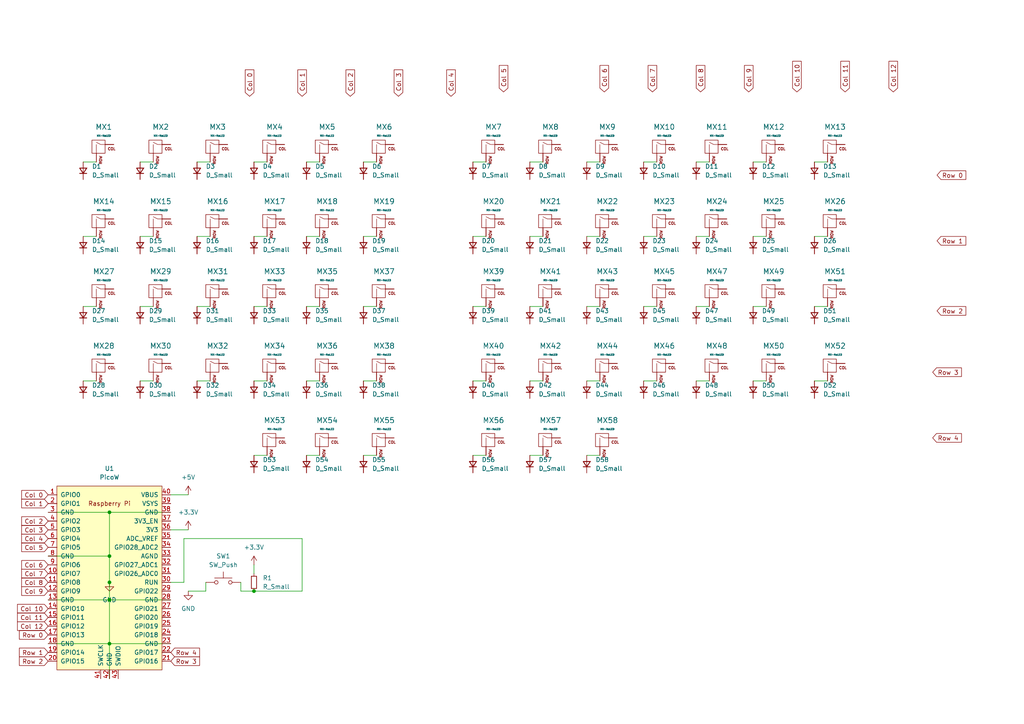
<source format=kicad_sch>
(kicad_sch (version 20230121) (generator eeschema)
  (paper "A4")
  (lib_symbols
    (symbol "Device:D_Small" (pin_numbers hide) (pin_names (offset 0.254) hide)
      (property "Reference" "D" (at -1.27 2.032 0))
      (property "Value" "D_Small" (at -3.81 -2.032 0))
      (symbol "D_Small_0_1"
        (polyline (pts (xy -0.762 -1.016) (xy -0.762 1.016)) (stroke (width 0.254)))
        (polyline (pts (xy -0.762 0) (xy 0.762 0)))
        (polyline (pts (xy 0.762 -1.016) (xy -0.762 0) (xy 0.762 1.016) (xy 0.762 -1.016)) (stroke (width 0.254)))
      )
      (symbol "D_Small_1_1"
        (pin passive line (at -2.54 0 0) (length 1.778) (name "K") (number "1"))
        (pin passive line (at 2.54 0 180) (length 1.778) (name "A") (number "2"))
      )
    )
    (symbol "Device:R_Small" (pin_numbers hide) (pin_names (offset 0.254) hide)
      (property "Reference" "R" (at 0.762 0.508 0))
      (property "Value" "R_Small" (at 0.762 -1.016 0))
      (symbol "R_Small_0_1"
        (rectangle (start -0.762 1.778) (end 0.762 -1.778) (stroke (width 0.2032)))
      )
      (symbol "R_Small_1_1"
        (pin passive line (at 0 2.54 270) (length 0.762) (name "~") (number "1"))
        (pin passive line (at 0 -2.54 90) (length 0.762) (name "~") (number "2"))
      )
    )
    (symbol "MX_Alps_Hybrid:MX-NoLED" (pin_names (offset 1.016))
      (property "Reference" "MX" (at -0.635 3.81 0))
      (property "Value" "MX-NoLED" (at -0.635 1.27 0))
      (symbol "MX-NoLED_0_0"
        (rectangle (start -2.54 2.54) (end 1.27 -1.27))
        (polyline (pts (xy -1.27 -1.27) (xy -1.27 1.27)) (stroke (width 0.127)))
        (polyline (pts (xy 1.27 1.27) (xy 0 1.27) (xy -1.27 1.905)) (stroke (width 0.127)))
        (text "COL" (at 3.175 0 0) (effects (font (size 0.762 0.762))))
        (text "ROW" (at 0 -1.905 900) (effects (font (size 0.762 0.762)) (justify right)))
      )
      (symbol "MX-NoLED_1_1"
        (pin passive line (at 3.81 1.27 180) (length 2.54) (name "COL") (number "1"))
        (pin passive line (at -1.27 -3.81 90) (length 2.54) (name "ROW") (number "2"))
      )
    )
    (symbol "Switch:SW_Push" (pin_numbers hide) (pin_names (offset 1.016) hide)
      (property "Reference" "SW" (at 1.27 2.54 0))
      (property "Value" "SW_Push" (at 0 -1.524 0))
      (symbol "SW_Push_0_1"
        (circle (center -2.032 0) (radius 0.508))
        (polyline (pts (xy 0 1.27) (xy 0 3.048)))
        (polyline (pts (xy 2.54 1.27) (xy -2.54 1.27)))
        (circle (center 2.032 0) (radius 0.508))
        (pin passive line (at -5.08 0 0) (length 2.54) (name "1") (number "1"))
        (pin passive line (at 5.08 0 180) (length 2.54) (name "2") (number "2"))
      )
    )
    (symbol "picow:PicoW" (pin_names (offset 1.016))
      (property "Reference" "U1" (at 0 31.75 0))
      (property "Value" "PicoW" (at 0 29.21 0))
      (symbol "PicoW_0_0"
        (text "Raspberry Pi" (at 0 21.59 0) (effects (font (size 1.27 1.27))))
      )
      (symbol "PicoW_0_1"
        (rectangle (start -15.24 26.67) (end 15.24 -26.67) (fill (type background)))
      )
      (symbol "PicoW_1_1"
        (pin bidirectional line (at -17.78 24.13 0) (length 2.54) (name "GPIO0") (number "1"))
        (pin bidirectional line (at -17.78 1.27 0) (length 2.54) (name "GPIO7") (number "10"))
        (pin bidirectional line (at -17.78 -1.27 0) (length 2.54) (name "GPIO8") (number "11"))
        (pin bidirectional line (at -17.78 -3.81 0) (length 2.54) (name "GPIO9") (number "12"))
        (pin power_in line (at -17.78 -6.35 0) (length 2.54) (name "GND") (number "13"))
        (pin bidirectional line (at -17.78 -8.89 0) (length 2.54) (name "GPIO10") (number "14"))
        (pin bidirectional line (at -17.78 -11.43 0) (length 2.54) (name "GPIO11") (number "15"))
        (pin bidirectional line (at -17.78 -13.97 0) (length 2.54) (name "GPIO12") (number "16"))
        (pin bidirectional line (at -17.78 -16.51 0) (length 2.54) (name "GPIO13") (number "17"))
        (pin power_in line (at -17.78 -19.05 0) (length 2.54) (name "GND") (number "18"))
        (pin bidirectional line (at -17.78 -21.59 0) (length 2.54) (name "GPIO14") (number "19"))
        (pin bidirectional line (at -17.78 21.59 0) (length 2.54) (name "GPIO1") (number "2"))
        (pin bidirectional line (at -17.78 -24.13 0) (length 2.54) (name "GPIO15") (number "20"))
        (pin bidirectional line (at 17.78 -24.13 180) (length 2.54) (name "GPIO16") (number "21"))
        (pin bidirectional line (at 17.78 -21.59 180) (length 2.54) (name "GPIO17") (number "22"))
        (pin power_in line (at 17.78 -19.05 180) (length 2.54) (name "GND") (number "23"))
        (pin bidirectional line (at 17.78 -16.51 180) (length 2.54) (name "GPIO18") (number "24"))
        (pin bidirectional line (at 17.78 -13.97 180) (length 2.54) (name "GPIO19") (number "25"))
        (pin bidirectional line (at 17.78 -11.43 180) (length 2.54) (name "GPIO20") (number "26"))
        (pin bidirectional line (at 17.78 -8.89 180) (length 2.54) (name "GPIO21") (number "27"))
        (pin power_in line (at 17.78 -6.35 180) (length 2.54) (name "GND") (number "28"))
        (pin bidirectional line (at 17.78 -3.81 180) (length 2.54) (name "GPIO22") (number "29"))
        (pin power_in line (at -17.78 19.05 0) (length 2.54) (name "GND") (number "3"))
        (pin input line (at 17.78 -1.27 180) (length 2.54) (name "RUN") (number "30"))
        (pin bidirectional line (at 17.78 1.27 180) (length 2.54) (name "GPIO26_ADC0") (number "31"))
        (pin bidirectional line (at 17.78 3.81 180) (length 2.54) (name "GPIO27_ADC1") (number "32"))
        (pin power_in line (at 17.78 6.35 180) (length 2.54) (name "AGND") (number "33"))
        (pin bidirectional line (at 17.78 8.89 180) (length 2.54) (name "GPIO28_ADC2") (number "34"))
        (pin unspecified line (at 17.78 11.43 180) (length 2.54) (name "ADC_VREF") (number "35"))
        (pin unspecified line (at 17.78 13.97 180) (length 2.54) (name "3V3") (number "36"))
        (pin input line (at 17.78 16.51 180) (length 2.54) (name "3V3_EN") (number "37"))
        (pin bidirectional line (at 17.78 19.05 180) (length 2.54) (name "GND") (number "38"))
        (pin unspecified line (at 17.78 21.59 180) (length 2.54) (name "VSYS") (number "39"))
        (pin bidirectional line (at -17.78 16.51 0) (length 2.54) (name "GPIO2") (number "4"))
        (pin unspecified line (at 17.78 24.13 180) (length 2.54) (name "VBUS") (number "40"))
        (pin input line (at -2.54 -29.21 90) (length 2.54) (name "SWCLK") (number "41"))
        (pin power_in line (at 0 -29.21 90) (length 2.54) (name "GND") (number "42"))
        (pin bidirectional line (at 2.54 -29.21 90) (length 2.54) (name "SWDIO") (number "43"))
        (pin bidirectional line (at -17.78 13.97 0) (length 2.54) (name "GPIO3") (number "5"))
        (pin bidirectional line (at -17.78 11.43 0) (length 2.54) (name "GPIO4") (number "6"))
        (pin bidirectional line (at -17.78 8.89 0) (length 2.54) (name "GPIO5") (number "7"))
        (pin power_in line (at -17.78 6.35 0) (length 2.54) (name "GND") (number "8"))
        (pin bidirectional line (at -17.78 3.81 0) (length 2.54) (name "GPIO6") (number "9"))
      )
    )
    (symbol "power:+3.3V" (power) (pin_names (offset 0))
      (property "Value" "+3.3V" (at 0 3.556 0))
      (symbol "+3.3V_0_1"
        (polyline (pts (xy -0.762 1.27) (xy 0 2.54)))
        (polyline (pts (xy 0 0) (xy 0 2.54)))
        (polyline (pts (xy 0 2.54) (xy 0.762 1.27)))
      )
      (symbol "+3.3V_1_1"
        (pin power_in line (at 0 0 90) (length 0) hide (name "+3.3V") (number "1"))
      )
    )
    (symbol "power:+5V" (power) (pin_names (offset 0))
      (property "Value" "+5V" (at 0 3.556 0))
      (symbol "+5V_0_1"
        (polyline (pts (xy -0.762 1.27) (xy 0 2.54)))
        (polyline (pts (xy 0 0) (xy 0 2.54)))
        (polyline (pts (xy 0 2.54) (xy 0.762 1.27)))
      )
      (symbol "+5V_1_1"
        (pin power_in line (at 0 0 90) (length 0) hide (name "+5V") (number "1"))
      )
    )
    (symbol "power:GND" (power) (pin_names (offset 0))
      (property "Value" "GND" (at 0 -3.81 0))
      (symbol "GND_0_1"
        (polyline (pts (xy 0 0) (xy 0 -1.27) (xy 1.27 -1.27) (xy 0 -2.54) (xy -1.27 -1.27) (xy 0 -1.27)))
      )
      (symbol "GND_1_1"
        (pin power_in line (at 0 0 270) (length 0) hide (name "GND") (number "1"))
      )
    )
  )
  (junction (at 31.75 161.29))
  (junction (at 31.75 173.99))
  (junction (at 31.75 168.91))
  (junction (at 31.75 186.69))
  (junction (at 31.75 148.59))
  (junction (at 73.66 171.45))
  (wire (pts (xy 88.9 68.58) (xy 92.71 68.58)))
  (wire (pts (xy 31.75 173.99) (xy 31.75 186.69)))
  (wire (pts (xy 88.9 46.99) (xy 92.71 46.99)))
  (wire (pts (xy 218.44 88.9) (xy 222.25 88.9)))
  (wire (pts (xy 73.66 88.9) (xy 77.47 88.9)))
  (wire (pts (xy 170.18 46.99) (xy 173.99 46.99)))
  (wire (pts (xy 49.53 168.91) (xy 53.34 168.91)))
  (wire (pts (xy 13.97 148.59) (xy 31.75 148.59)))
  (wire (pts (xy 218.44 110.49) (xy 222.25 110.49)))
  (wire (pts (xy 153.67 132.08) (xy 157.48 132.08)))
  (wire (pts (xy 105.41 68.58) (xy 109.22 68.58)))
  (wire (pts (xy 201.93 110.49) (xy 205.74 110.49)))
  (wire (pts (xy 201.93 68.58) (xy 205.74 68.58)))
  (wire (pts (xy 88.9 88.9) (xy 92.71 88.9)))
  (wire (pts (xy 49.53 153.67) (xy 54.61 153.67)))
  (wire (pts (xy 137.16 46.99) (xy 140.97 46.99)))
  (wire (pts (xy 153.67 110.49) (xy 157.48 110.49)))
  (wire (pts (xy 49.53 148.59) (xy 31.75 148.59)))
  (wire (pts (xy 73.66 110.49) (xy 77.47 110.49)))
  (wire (pts (xy 137.16 88.9) (xy 140.97 88.9)))
  (wire (pts (xy 170.18 132.08) (xy 173.99 132.08)))
  (wire (pts (xy 69.85 168.91) (xy 69.85 171.45)))
  (wire (pts (xy 105.41 46.99) (xy 109.22 46.99)))
  (wire (pts (xy 53.34 168.91) (xy 53.34 156.21)))
  (wire (pts (xy 24.13 68.58) (xy 27.94 68.58)))
  (wire (pts (xy 153.67 88.9) (xy 157.48 88.9)))
  (wire (pts (xy 40.64 88.9) (xy 44.45 88.9)))
  (wire (pts (xy 170.18 88.9) (xy 173.99 88.9)))
  (wire (pts (xy 186.69 110.49) (xy 190.5 110.49)))
  (wire (pts (xy 87.63 156.21) (xy 87.63 171.45)))
  (wire (pts (xy 218.44 68.58) (xy 222.25 68.58)))
  (wire (pts (xy 87.63 171.45) (xy 73.66 171.45)))
  (wire (pts (xy 105.41 88.9) (xy 109.22 88.9)))
  (wire (pts (xy 73.66 46.99) (xy 77.47 46.99)))
  (wire (pts (xy 73.66 163.83) (xy 73.66 166.37)))
  (wire (pts (xy 186.69 68.58) (xy 190.5 68.58)))
  (wire (pts (xy 88.9 110.49) (xy 92.71 110.49)))
  (wire (pts (xy 73.66 132.08) (xy 77.47 132.08)))
  (wire (pts (xy 105.41 110.49) (xy 109.22 110.49)))
  (wire (pts (xy 170.18 68.58) (xy 173.99 68.58)))
  (wire (pts (xy 153.67 68.58) (xy 157.48 68.58)))
  (wire (pts (xy 236.22 46.99) (xy 240.03 46.99)))
  (wire (pts (xy 73.66 68.58) (xy 77.47 68.58)))
  (wire (pts (xy 54.61 171.45) (xy 59.69 171.45)))
  (wire (pts (xy 31.75 168.91) (xy 31.75 173.99)))
  (wire (pts (xy 105.41 132.08) (xy 109.22 132.08)))
  (wire (pts (xy 13.97 161.29) (xy 31.75 161.29)))
  (wire (pts (xy 201.93 46.99) (xy 205.74 46.99)))
  (wire (pts (xy 59.69 171.45) (xy 59.69 168.91)))
  (wire (pts (xy 49.53 186.69) (xy 31.75 186.69)))
  (wire (pts (xy 137.16 68.58) (xy 140.97 68.58)))
  (wire (pts (xy 137.16 110.49) (xy 140.97 110.49)))
  (wire (pts (xy 153.67 46.99) (xy 157.48 46.99)))
  (wire (pts (xy 31.75 148.59) (xy 31.75 161.29)))
  (wire (pts (xy 24.13 110.49) (xy 27.94 110.49)))
  (wire (pts (xy 40.64 110.49) (xy 44.45 110.49)))
  (wire (pts (xy 236.22 110.49) (xy 240.03 110.49)))
  (wire (pts (xy 137.16 132.08) (xy 140.97 132.08)))
  (wire (pts (xy 24.13 88.9) (xy 27.94 88.9)))
  (wire (pts (xy 57.15 88.9) (xy 60.96 88.9)))
  (wire (pts (xy 40.64 46.99) (xy 44.45 46.99)))
  (wire (pts (xy 31.75 186.69) (xy 31.75 196.85)))
  (wire (pts (xy 13.97 173.99) (xy 31.75 173.99)))
  (wire (pts (xy 218.44 46.99) (xy 222.25 46.99)))
  (wire (pts (xy 201.93 88.9) (xy 205.74 88.9)))
  (wire (pts (xy 49.53 143.51) (xy 54.61 143.51)))
  (wire (pts (xy 57.15 46.99) (xy 60.96 46.99)))
  (wire (pts (xy 57.15 68.58) (xy 60.96 68.58)))
  (wire (pts (xy 31.75 161.29) (xy 31.75 168.91)))
  (wire (pts (xy 13.97 186.69) (xy 31.75 186.69)))
  (wire (pts (xy 24.13 46.99) (xy 27.94 46.99)))
  (wire (pts (xy 88.9 132.08) (xy 92.71 132.08)))
  (wire (pts (xy 40.64 68.58) (xy 44.45 68.58)))
  (wire (pts (xy 69.85 171.45) (xy 73.66 171.45)))
  (wire (pts (xy 186.69 88.9) (xy 190.5 88.9)))
  (wire (pts (xy 49.53 173.99) (xy 31.75 173.99)))
  (wire (pts (xy 236.22 68.58) (xy 240.03 68.58)))
  (wire (pts (xy 53.34 156.21) (xy 87.63 156.21)))
  (wire (pts (xy 170.18 110.49) (xy 173.99 110.49)))
  (wire (pts (xy 236.22 88.9) (xy 240.03 88.9)))
  (wire (pts (xy 186.69 46.99) (xy 190.5 46.99)))
  (wire (pts (xy 57.15 110.49) (xy 60.96 110.49)))
  (global_label "Col 2" (shape input) (at 101.6 27.94 90) (property "Intersheetrefs" "${INTERSHEET_REFS}" (effects hide)))
  (global_label "Row 4" (shape input) (at 49.53 189.23 0) (property "Intersheetrefs" "${INTERSHEET_REFS}" (effects hide)))
  (global_label "Col 9" (shape input) (at 13.97 171.45 180) (property "Intersheetrefs" "${INTERSHEET_REFS}" (effects hide)))
  (global_label "Row 3" (shape input) (at 270.51 107.95 0) (property "Intersheetrefs" "${INTERSHEET_REFS}" (effects hide)))
  (global_label "Col 5" (shape input) (at 146.05 26.67 90) (property "Intersheetrefs" "${INTERSHEET_REFS}" (effects hide)))
  (global_label "Col 10" (shape input) (at 13.97 176.53 180) (property "Intersheetrefs" "${INTERSHEET_REFS}" (effects hide)))
  (global_label "Col 0" (shape input) (at 13.97 143.51 180) (property "Intersheetrefs" "${INTERSHEET_REFS}" (effects hide)))
  (global_label "Col 0" (shape input) (at 72.39 27.94 90) (property "Intersheetrefs" "${INTERSHEET_REFS}" (effects hide)))
  (global_label "Row 0" (shape input) (at 271.78 50.8 0) (property "Intersheetrefs" "${INTERSHEET_REFS}" (effects hide)))
  (global_label "Row 1" (shape input) (at 271.78 69.85 0) (property "Intersheetrefs" "${INTERSHEET_REFS}" (effects hide)))
  (global_label "Col 10" (shape input) (at 231.14 26.67 90) (property "Intersheetrefs" "${INTERSHEET_REFS}" (effects hide)))
  (global_label "Col 8" (shape input) (at 203.2 26.67 90) (property "Intersheetrefs" "${INTERSHEET_REFS}" (effects hide)))
  (global_label "Col 11" (shape input) (at 245.11 26.67 90) (property "Intersheetrefs" "${INTERSHEET_REFS}" (effects hide)))
  (global_label "Col 3" (shape input) (at 115.57 27.94 90) (property "Intersheetrefs" "${INTERSHEET_REFS}" (effects hide)))
  (global_label "Row 1" (shape input) (at 13.97 189.23 180) (property "Intersheetrefs" "${INTERSHEET_REFS}" (effects hide)))
  (global_label "Col 5" (shape input) (at 13.97 158.75 180) (property "Intersheetrefs" "${INTERSHEET_REFS}" (effects hide)))
  (global_label "Row 0" (shape input) (at 13.97 184.15 180) (property "Intersheetrefs" "${INTERSHEET_REFS}" (effects hide)))
  (global_label "Col 6" (shape input) (at 175.26 26.67 90) (property "Intersheetrefs" "${INTERSHEET_REFS}" (effects hide)))
  (global_label "Col 8" (shape input) (at 13.97 168.91 180) (property "Intersheetrefs" "${INTERSHEET_REFS}" (effects hide)))
  (global_label "Col 3" (shape input) (at 13.97 153.67 180) (property "Intersheetrefs" "${INTERSHEET_REFS}" (effects hide)))
  (global_label "Row 3" (shape input) (at 49.53 191.77 0) (property "Intersheetrefs" "${INTERSHEET_REFS}" (effects hide)))
  (global_label "Col 1" (shape input) (at 87.63 27.94 90) (property "Intersheetrefs" "${INTERSHEET_REFS}" (effects hide)))
  (global_label "Col 4" (shape input) (at 130.81 27.94 90) (property "Intersheetrefs" "${INTERSHEET_REFS}" (effects hide)))
  (global_label "Row 2" (shape input) (at 271.78 90.17 0) (property "Intersheetrefs" "${INTERSHEET_REFS}" (effects hide)))
  (global_label "Col 6" (shape input) (at 13.97 163.83 180) (property "Intersheetrefs" "${INTERSHEET_REFS}" (effects hide)))
  (global_label "Col 9" (shape input) (at 217.17 26.67 90) (property "Intersheetrefs" "${INTERSHEET_REFS}" (effects hide)))
  (global_label "Col 1" (shape input) (at 13.97 146.05 180) (property "Intersheetrefs" "${INTERSHEET_REFS}" (effects hide)))
  (global_label "Row 4" (shape input) (at 270.51 127 0) (property "Intersheetrefs" "${INTERSHEET_REFS}" (effects hide)))
  (global_label "Col 4" (shape input) (at 13.97 156.21 180) (property "Intersheetrefs" "${INTERSHEET_REFS}" (effects hide)))
  (global_label "Col 12" (shape input) (at 259.08 26.67 90) (property "Intersheetrefs" "${INTERSHEET_REFS}" (effects hide)))
  (global_label "Col 2" (shape input) (at 13.97 151.13 180) (property "Intersheetrefs" "${INTERSHEET_REFS}" (effects hide)))
  (global_label "Row 2" (shape input) (at 13.97 191.77 180) (property "Intersheetrefs" "${INTERSHEET_REFS}" (effects hide)))
  (global_label "Col 11" (shape input) (at 13.97 179.07 180) (property "Intersheetrefs" "${INTERSHEET_REFS}" (effects hide)))
  (global_label "Col 7" (shape input) (at 13.97 166.37 180) (property "Intersheetrefs" "${INTERSHEET_REFS}" (effects hide)))
  (global_label "Col 7" (shape input) (at 189.23 26.67 90) (property "Intersheetrefs" "${INTERSHEET_REFS}" (effects hide)))
  (global_label "Col 12" (shape input) (at 13.97 181.61 180) (property "Intersheetrefs" "${INTERSHEET_REFS}" (effects hide)))
  (symbol (lib_id "MX_Alps_Hybrid:MX-NoLED") (at 175.26 128.27 0) (unit 1)
    (property "Reference" "MX58" (at 176.1552 121.92 0) (effects (font (size 1.524 1.524))))
    (property "Value" "MX-NoLED" (at 176.1552 124.46 0) (effects (font (size 0.508 0.508))))
  )
  (symbol (lib_id "MX_Alps_Hybrid:MX-NoLED") (at 93.98 64.77 0) (unit 1)
    (property "Reference" "MX18" (at 94.8752 58.42 0) (effects (font (size 1.524 1.524))))
    (property "Value" "MX-NoLED" (at 94.8752 60.96 0) (effects (font (size 0.508 0.508))))
  )
  (symbol (lib_id "MX_Alps_Hybrid:MX-NoLED") (at 158.75 106.68 0) (unit 1)
    (property "Reference" "MX42" (at 159.6452 100.33 0) (effects (font (size 1.524 1.524))))
    (property "Value" "MX-NoLED" (at 159.6452 102.87 0) (effects (font (size 0.508 0.508))))
  )
  (symbol (lib_id "Device:D_Small") (at 170.18 49.53 90) (unit 1)
    (property "Reference" "D9" (at 172.72 48.26 90) (effects (justify right)))
    (property "Value" "D_Small" (at 172.72 50.8 90) (effects (justify right)))
    (property "Sim.Device" "D" (effects hide))
    (property "Sim.Pins" "1=K 2=A" (effects hide))
  )
  (symbol (lib_id "Device:D_Small") (at 137.16 49.53 90) (unit 1)
    (property "Reference" "D7" (at 139.7 48.26 90) (effects (justify right)))
    (property "Value" "D_Small" (at 139.7 50.8 90) (effects (justify right)))
    (property "Sim.Device" "D" (effects hide))
    (property "Sim.Pins" "1=K 2=A" (effects hide))
  )
  (symbol (lib_id "MX_Alps_Hybrid:MX-NoLED") (at 45.72 43.18 0) (unit 1)
    (property "Reference" "MX2" (at 46.6152 36.83 0) (effects (font (size 1.524 1.524))))
    (property "Value" "MX-NoLED" (at 46.6152 39.37 0) (effects (font (size 0.508 0.508))))
  )
  (symbol (lib_id "Device:D_Small") (at 218.44 49.53 90) (unit 1)
    (property "Reference" "D12" (at 220.98 48.26 90) (effects (justify right)))
    (property "Value" "D_Small" (at 220.98 50.8 90) (effects (justify right)))
    (property "Sim.Device" "D" (effects hide))
    (property "Sim.Pins" "1=K 2=A" (effects hide))
  )
  (symbol (lib_id "Device:D_Small") (at 236.22 71.12 90) (unit 1)
    (property "Reference" "D26" (at 238.76 69.85 90) (effects (justify right)))
    (property "Value" "D_Small" (at 238.76 72.39 90) (effects (justify right)))
    (property "Sim.Device" "D" (effects hide))
    (property "Sim.Pins" "1=K 2=A" (effects hide))
  )
  (symbol (lib_id "Device:D_Small") (at 73.66 134.62 90) (unit 1)
    (property "Reference" "D53" (at 76.2 133.35 90) (effects (justify right)))
    (property "Value" "D_Small" (at 76.2 135.89 90) (effects (justify right)))
    (property "Sim.Device" "D" (effects hide))
    (property "Sim.Pins" "1=K 2=A" (effects hide))
  )
  (symbol (lib_id "Device:D_Small") (at 137.16 71.12 90) (unit 1)
    (property "Reference" "D20" (at 139.7 69.85 90) (effects (justify right)))
    (property "Value" "D_Small" (at 139.7 72.39 90) (effects (justify right)))
    (property "Sim.Device" "D" (effects hide))
    (property "Sim.Pins" "1=K 2=A" (effects hide))
  )
  (symbol (lib_id "Device:D_Small") (at 88.9 91.44 90) (unit 1)
    (property "Reference" "D35" (at 91.44 90.17 90) (effects (justify right)))
    (property "Value" "D_Small" (at 91.44 92.71 90) (effects (justify right)))
    (property "Sim.Device" "D" (effects hide))
    (property "Sim.Pins" "1=K 2=A" (effects hide))
  )
  (symbol (lib_id "Device:R_Small") (at 73.66 168.91 0) (unit 1)
    (property "Reference" "R1" (at 76.2 167.64 0) (effects (justify left)))
    (property "Value" "R_Small" (at 76.2 170.18 0) (effects (justify left)))
  )
  (symbol (lib_id "MX_Alps_Hybrid:MX-NoLED") (at 78.74 43.18 0) (unit 1)
    (property "Reference" "MX4" (at 79.6352 36.83 0) (effects (font (size 1.524 1.524))))
    (property "Value" "MX-NoLED" (at 79.6352 39.37 0) (effects (font (size 0.508 0.508))))
  )
  (symbol (lib_id "Device:D_Small") (at 201.93 71.12 90) (unit 1)
    (property "Reference" "D24" (at 204.47 69.85 90) (effects (justify right)))
    (property "Value" "D_Small" (at 204.47 72.39 90) (effects (justify right)))
    (property "Sim.Device" "D" (effects hide))
    (property "Sim.Pins" "1=K 2=A" (effects hide))
  )
  (symbol (lib_id "MX_Alps_Hybrid:MX-NoLED") (at 29.21 43.18 0) (unit 1)
    (property "Reference" "MX1" (at 30.1052 36.83 0) (effects (font (size 1.524 1.524))))
    (property "Value" "MX-NoLED" (at 30.1052 39.37 0) (effects (font (size 0.508 0.508))))
  )
  (symbol (lib_id "MX_Alps_Hybrid:MX-NoLED") (at 142.24 64.77 0) (unit 1)
    (property "Reference" "MX20" (at 143.1352 58.42 0) (effects (font (size 1.524 1.524))))
    (property "Value" "MX-NoLED" (at 143.1352 60.96 0) (effects (font (size 0.508 0.508))))
  )
  (symbol (lib_id "Device:D_Small") (at 201.93 113.03 90) (unit 1)
    (property "Reference" "D48" (at 204.47 111.76 90) (effects (justify right)))
    (property "Value" "D_Small" (at 204.47 114.3 90) (effects (justify right)))
    (property "Sim.Device" "D" (effects hide))
    (property "Sim.Pins" "1=K 2=A" (effects hide))
  )
  (symbol (lib_id "MX_Alps_Hybrid:MX-NoLED") (at 158.75 128.27 0) (unit 1)
    (property "Reference" "MX57" (at 159.6452 121.92 0) (effects (font (size 1.524 1.524))))
    (property "Value" "MX-NoLED" (at 159.6452 124.46 0) (effects (font (size 0.508 0.508))))
  )
  (symbol (lib_id "MX_Alps_Hybrid:MX-NoLED") (at 45.72 106.68 0) (unit 1)
    (property "Reference" "MX30" (at 46.6152 100.33 0) (effects (font (size 1.524 1.524))))
    (property "Value" "MX-NoLED" (at 46.6152 102.87 0) (effects (font (size 0.508 0.508))))
  )
  (symbol (lib_id "Device:D_Small") (at 57.15 71.12 90) (unit 1)
    (property "Reference" "D16" (at 59.69 69.85 90) (effects (justify right)))
    (property "Value" "D_Small" (at 59.69 72.39 90) (effects (justify right)))
    (property "Sim.Device" "D" (effects hide))
    (property "Sim.Pins" "1=K 2=A" (effects hide))
  )
  (symbol (lib_id "Device:D_Small") (at 170.18 91.44 90) (unit 1)
    (property "Reference" "D43" (at 172.72 90.17 90) (effects (justify right)))
    (property "Value" "D_Small" (at 172.72 92.71 90) (effects (justify right)))
    (property "Sim.Device" "D" (effects hide))
    (property "Sim.Pins" "1=K 2=A" (effects hide))
  )
  (symbol (lib_id "Device:D_Small") (at 201.93 91.44 90) (unit 1)
    (property "Reference" "D47" (at 204.47 90.17 90) (effects (justify right)))
    (property "Value" "D_Small" (at 204.47 92.71 90) (effects (justify right)))
    (property "Sim.Device" "D" (effects hide))
    (property "Sim.Pins" "1=K 2=A" (effects hide))
  )
  (symbol (lib_id "Device:D_Small") (at 73.66 113.03 90) (unit 1)
    (property "Reference" "D34" (at 76.2 111.76 90) (effects (justify right)))
    (property "Value" "D_Small" (at 76.2 114.3 90) (effects (justify right)))
    (property "Sim.Device" "D" (effects hide))
    (property "Sim.Pins" "1=K 2=A" (effects hide))
  )
  (symbol (lib_id "MX_Alps_Hybrid:MX-NoLED") (at 110.49 64.77 0) (unit 1)
    (property "Reference" "MX19" (at 111.3852 58.42 0) (effects (font (size 1.524 1.524))))
    (property "Value" "MX-NoLED" (at 111.3852 60.96 0) (effects (font (size 0.508 0.508))))
  )
  (symbol (lib_id "MX_Alps_Hybrid:MX-NoLED") (at 241.3 43.18 0) (unit 1)
    (property "Reference" "MX13" (at 242.1952 36.83 0) (effects (font (size 1.524 1.524))))
    (property "Value" "MX-NoLED" (at 242.1952 39.37 0) (effects (font (size 0.508 0.508))))
  )
  (symbol (lib_id "Device:D_Small") (at 40.64 113.03 90) (unit 1)
    (property "Reference" "D30" (at 43.18 111.76 90) (effects (justify right)))
    (property "Value" "D_Small" (at 43.18 114.3 90) (effects (justify right)))
    (property "Sim.Device" "D" (effects hide))
    (property "Sim.Pins" "1=K 2=A" (effects hide))
  )
  (symbol (lib_id "MX_Alps_Hybrid:MX-NoLED") (at 29.21 85.09 0) (unit 1)
    (property "Reference" "MX27" (at 30.1052 78.74 0) (effects (font (size 1.524 1.524))))
    (property "Value" "MX-NoLED" (at 30.1052 81.28 0) (effects (font (size 0.508 0.508))))
  )
  (symbol (lib_id "Device:D_Small") (at 105.41 71.12 90) (unit 1)
    (property "Reference" "D19" (at 107.95 69.85 90) (effects (justify right)))
    (property "Value" "D_Small" (at 107.95 72.39 90) (effects (justify right)))
    (property "Sim.Device" "D" (effects hide))
    (property "Sim.Pins" "1=K 2=A" (effects hide))
  )
  (symbol (lib_id "Device:D_Small") (at 88.9 71.12 90) (unit 1)
    (property "Reference" "D18" (at 91.44 69.85 90) (effects (justify right)))
    (property "Value" "D_Small" (at 91.44 72.39 90) (effects (justify right)))
    (property "Sim.Device" "D" (effects hide))
    (property "Sim.Pins" "1=K 2=A" (effects hide))
  )
  (symbol (lib_id "MX_Alps_Hybrid:MX-NoLED") (at 207.01 64.77 0) (unit 1)
    (property "Reference" "MX24" (at 207.9052 58.42 0) (effects (font (size 1.524 1.524))))
    (property "Value" "MX-NoLED" (at 207.9052 60.96 0) (effects (font (size 0.508 0.508))))
  )
  (symbol (lib_id "MX_Alps_Hybrid:MX-NoLED") (at 223.52 43.18 0) (unit 1)
    (property "Reference" "MX12" (at 224.4152 36.83 0) (effects (font (size 1.524 1.524))))
    (property "Value" "MX-NoLED" (at 224.4152 39.37 0) (effects (font (size 0.508 0.508))))
  )
  (symbol (lib_id "MX_Alps_Hybrid:MX-NoLED") (at 45.72 64.77 0) (unit 1)
    (property "Reference" "MX15" (at 46.6152 58.42 0) (effects (font (size 1.524 1.524))))
    (property "Value" "MX-NoLED" (at 46.6152 60.96 0) (effects (font (size 0.508 0.508))))
  )
  (symbol (lib_id "MX_Alps_Hybrid:MX-NoLED") (at 110.49 106.68 0) (unit 1)
    (property "Reference" "MX38" (at 111.3852 100.33 0) (effects (font (size 1.524 1.524))))
    (property "Value" "MX-NoLED" (at 111.3852 102.87 0) (effects (font (size 0.508 0.508))))
  )
  (symbol (lib_id "MX_Alps_Hybrid:MX-NoLED") (at 62.23 64.77 0) (unit 1)
    (property "Reference" "MX16" (at 63.1252 58.42 0) (effects (font (size 1.524 1.524))))
    (property "Value" "MX-NoLED" (at 63.1252 60.96 0) (effects (font (size 0.508 0.508))))
  )
  (symbol (lib_id "MX_Alps_Hybrid:MX-NoLED") (at 142.24 43.18 0) (unit 1)
    (property "Reference" "MX7" (at 143.1352 36.83 0) (effects (font (size 1.524 1.524))))
    (property "Value" "MX-NoLED" (at 143.1352 39.37 0) (effects (font (size 0.508 0.508))))
  )
  (symbol (lib_id "Device:D_Small") (at 153.67 113.03 90) (unit 1)
    (property "Reference" "D42" (at 156.21 111.76 90) (effects (justify right)))
    (property "Value" "D_Small" (at 156.21 114.3 90) (effects (justify right)))
    (property "Sim.Device" "D" (effects hide))
    (property "Sim.Pins" "1=K 2=A" (effects hide))
  )
  (symbol (lib_id "MX_Alps_Hybrid:MX-NoLED") (at 110.49 128.27 0) (unit 1)
    (property "Reference" "MX55" (at 111.3852 121.92 0) (effects (font (size 1.524 1.524))))
    (property "Value" "MX-NoLED" (at 111.3852 124.46 0) (effects (font (size 0.508 0.508))))
  )
  (symbol (lib_id "Device:D_Small") (at 24.13 71.12 90) (unit 1)
    (property "Reference" "D14" (at 26.67 69.85 90) (effects (justify right)))
    (property "Value" "D_Small" (at 26.67 72.39 90) (effects (justify right)))
    (property "Sim.Device" "D" (effects hide))
    (property "Sim.Pins" "1=K 2=A" (effects hide))
  )
  (symbol (lib_id "MX_Alps_Hybrid:MX-NoLED") (at 29.21 64.77 0) (unit 1)
    (property "Reference" "MX14" (at 30.1052 58.42 0) (effects (font (size 1.524 1.524))))
    (property "Value" "MX-NoLED" (at 30.1052 60.96 0) (effects (font (size 0.508 0.508))))
  )
  (symbol (lib_id "MX_Alps_Hybrid:MX-NoLED") (at 110.49 43.18 0) (unit 1)
    (property "Reference" "MX6" (at 111.3852 36.83 0) (effects (font (size 1.524 1.524))))
    (property "Value" "MX-NoLED" (at 111.3852 39.37 0) (effects (font (size 0.508 0.508))))
  )
  (symbol (lib_id "power:+5V") (at 54.61 143.51 0) (unit 1)
    (property "Reference" "#PWR05" (effects hide))
    (property "Value" "+5V" (at 54.61 138.43 0))
  )
  (symbol (lib_id "MX_Alps_Hybrid:MX-NoLED") (at 175.26 85.09 0) (unit 1)
    (property "Reference" "MX43" (at 176.1552 78.74 0) (effects (font (size 1.524 1.524))))
    (property "Value" "MX-NoLED" (at 176.1552 81.28 0) (effects (font (size 0.508 0.508))))
  )
  (symbol (lib_id "Device:D_Small") (at 73.66 91.44 90) (unit 1)
    (property "Reference" "D33" (at 76.2 90.17 90) (effects (justify right)))
    (property "Value" "D_Small" (at 76.2 92.71 90) (effects (justify right)))
    (property "Sim.Device" "D" (effects hide))
    (property "Sim.Pins" "1=K 2=A" (effects hide))
  )
  (symbol (lib_id "Device:D_Small") (at 24.13 49.53 90) (unit 1)
    (property "Reference" "D1" (at 26.67 48.26 90) (effects (justify right)))
    (property "Value" "D_Small" (at 26.67 50.8 90) (effects (justify right)))
    (property "Sim.Device" "D" (effects hide))
    (property "Sim.Pins" "1=K 2=A" (effects hide))
  )
  (symbol (lib_id "MX_Alps_Hybrid:MX-NoLED") (at 223.52 64.77 0) (unit 1)
    (property "Reference" "MX25" (at 224.4152 58.42 0) (effects (font (size 1.524 1.524))))
    (property "Value" "MX-NoLED" (at 224.4152 60.96 0) (effects (font (size 0.508 0.508))))
  )
  (symbol (lib_id "MX_Alps_Hybrid:MX-NoLED") (at 142.24 106.68 0) (unit 1)
    (property "Reference" "MX40" (at 143.1352 100.33 0) (effects (font (size 1.524 1.524))))
    (property "Value" "MX-NoLED" (at 143.1352 102.87 0) (effects (font (size 0.508 0.508))))
  )
  (symbol (lib_id "Device:D_Small") (at 57.15 91.44 90) (unit 1)
    (property "Reference" "D31" (at 59.69 90.17 90) (effects (justify right)))
    (property "Value" "D_Small" (at 59.69 92.71 90) (effects (justify right)))
    (property "Sim.Device" "D" (effects hide))
    (property "Sim.Pins" "1=K 2=A" (effects hide))
  )
  (symbol (lib_id "Device:D_Small") (at 218.44 91.44 90) (unit 1)
    (property "Reference" "D49" (at 220.98 90.17 90) (effects (justify right)))
    (property "Value" "D_Small" (at 220.98 92.71 90) (effects (justify right)))
    (property "Sim.Device" "D" (effects hide))
    (property "Sim.Pins" "1=K 2=A" (effects hide))
  )
  (symbol (lib_id "MX_Alps_Hybrid:MX-NoLED") (at 62.23 85.09 0) (unit 1)
    (property "Reference" "MX31" (at 63.1252 78.74 0) (effects (font (size 1.524 1.524))))
    (property "Value" "MX-NoLED" (at 63.1252 81.28 0) (effects (font (size 0.508 0.508))))
  )
  (symbol (lib_id "MX_Alps_Hybrid:MX-NoLED") (at 191.77 106.68 0) (unit 1)
    (property "Reference" "MX46" (at 192.6652 100.33 0) (effects (font (size 1.524 1.524))))
    (property "Value" "MX-NoLED" (at 192.6652 102.87 0) (effects (font (size 0.508 0.508))))
  )
  (symbol (lib_id "Device:D_Small") (at 236.22 91.44 90) (unit 1)
    (property "Reference" "D51" (at 238.76 90.17 90) (effects (justify right)))
    (property "Value" "D_Small" (at 238.76 92.71 90) (effects (justify right)))
    (property "Sim.Device" "D" (effects hide))
    (property "Sim.Pins" "1=K 2=A" (effects hide))
  )
  (symbol (lib_id "MX_Alps_Hybrid:MX-NoLED") (at 62.23 106.68 0) (unit 1)
    (property "Reference" "MX32" (at 63.1252 100.33 0) (effects (font (size 1.524 1.524))))
    (property "Value" "MX-NoLED" (at 63.1252 102.87 0) (effects (font (size 0.508 0.508))))
  )
  (symbol (lib_id "Device:D_Small") (at 57.15 113.03 90) (unit 1)
    (property "Reference" "D32" (at 59.69 111.76 90) (effects (justify right)))
    (property "Value" "D_Small" (at 59.69 114.3 90) (effects (justify right)))
    (property "Sim.Device" "D" (effects hide))
    (property "Sim.Pins" "1=K 2=A" (effects hide))
  )
  (symbol (lib_id "Device:D_Small") (at 170.18 113.03 90) (unit 1)
    (property "Reference" "D44" (at 172.72 111.76 90) (effects (justify right)))
    (property "Value" "D_Small" (at 172.72 114.3 90) (effects (justify right)))
    (property "Sim.Device" "D" (effects hide))
    (property "Sim.Pins" "1=K 2=A" (effects hide))
  )
  (symbol (lib_id "Device:D_Small") (at 186.69 91.44 90) (unit 1)
    (property "Reference" "D45" (at 189.23 90.17 90) (effects (justify right)))
    (property "Value" "D_Small" (at 189.23 92.71 90) (effects (justify right)))
    (property "Sim.Device" "D" (effects hide))
    (property "Sim.Pins" "1=K 2=A" (effects hide))
  )
  (symbol (lib_id "Device:D_Small") (at 153.67 134.62 90) (unit 1)
    (property "Reference" "D57" (at 156.21 133.35 90) (effects (justify right)))
    (property "Value" "D_Small" (at 156.21 135.89 90) (effects (justify right)))
    (property "Sim.Device" "D" (effects hide))
    (property "Sim.Pins" "1=K 2=A" (effects hide))
  )
  (symbol (lib_id "MX_Alps_Hybrid:MX-NoLED") (at 191.77 64.77 0) (unit 1)
    (property "Reference" "MX23" (at 192.6652 58.42 0) (effects (font (size 1.524 1.524))))
    (property "Value" "MX-NoLED" (at 192.6652 60.96 0) (effects (font (size 0.508 0.508))))
  )
  (symbol (lib_id "MX_Alps_Hybrid:MX-NoLED") (at 223.52 85.09 0) (unit 1)
    (property "Reference" "MX49" (at 224.4152 78.74 0) (effects (font (size 1.524 1.524))))
    (property "Value" "MX-NoLED" (at 224.4152 81.28 0) (effects (font (size 0.508 0.508))))
  )
  (symbol (lib_id "power:+3.3V") (at 73.66 163.83 0) (unit 1)
    (property "Reference" "#PWR04" (effects hide))
    (property "Value" "+3.3V" (at 73.66 158.75 0))
  )
  (symbol (lib_id "MX_Alps_Hybrid:MX-NoLED") (at 207.01 85.09 0) (unit 1)
    (property "Reference" "MX47" (at 207.9052 78.74 0) (effects (font (size 1.524 1.524))))
    (property "Value" "MX-NoLED" (at 207.9052 81.28 0) (effects (font (size 0.508 0.508))))
  )
  (symbol (lib_id "MX_Alps_Hybrid:MX-NoLED") (at 29.21 106.68 0) (unit 1)
    (property "Reference" "MX28" (at 30.1052 100.33 0) (effects (font (size 1.524 1.524))))
    (property "Value" "MX-NoLED" (at 30.1052 102.87 0) (effects (font (size 0.508 0.508))))
  )
  (symbol (lib_id "MX_Alps_Hybrid:MX-NoLED") (at 175.26 43.18 0) (unit 1)
    (property "Reference" "MX9" (at 176.1552 36.83 0) (effects (font (size 1.524 1.524))))
    (property "Value" "MX-NoLED" (at 176.1552 39.37 0) (effects (font (size 0.508 0.508))))
  )
  (symbol (lib_id "Device:D_Small") (at 153.67 71.12 90) (unit 1)
    (property "Reference" "D21" (at 156.21 69.85 90) (effects (justify right)))
    (property "Value" "D_Small" (at 156.21 72.39 90) (effects (justify right)))
    (property "Sim.Device" "D" (effects hide))
    (property "Sim.Pins" "1=K 2=A" (effects hide))
  )
  (symbol (lib_id "Switch:SW_Push") (at 64.77 168.91 0) (unit 1)
    (property "Reference" "SW1" (at 64.77 161.29 0))
    (property "Value" "SW_Push" (at 64.77 163.83 0))
  )
  (symbol (lib_id "MX_Alps_Hybrid:MX-NoLED") (at 158.75 64.77 0) (unit 1)
    (property "Reference" "MX21" (at 159.6452 58.42 0) (effects (font (size 1.524 1.524))))
    (property "Value" "MX-NoLED" (at 159.6452 60.96 0) (effects (font (size 0.508 0.508))))
  )
  (symbol (lib_id "MX_Alps_Hybrid:MX-NoLED") (at 158.75 43.18 0) (unit 1)
    (property "Reference" "MX8" (at 159.6452 36.83 0) (effects (font (size 1.524 1.524))))
    (property "Value" "MX-NoLED" (at 159.6452 39.37 0) (effects (font (size 0.508 0.508))))
  )
  (symbol (lib_id "Device:D_Small") (at 105.41 91.44 90) (unit 1)
    (property "Reference" "D37" (at 107.95 90.17 90) (effects (justify right)))
    (property "Value" "D_Small" (at 107.95 92.71 90) (effects (justify right)))
    (property "Sim.Device" "D" (effects hide))
    (property "Sim.Pins" "1=K 2=A" (effects hide))
  )
  (symbol (lib_id "MX_Alps_Hybrid:MX-NoLED") (at 93.98 85.09 0) (unit 1)
    (property "Reference" "MX35" (at 94.8752 78.74 0) (effects (font (size 1.524 1.524))))
    (property "Value" "MX-NoLED" (at 94.8752 81.28 0) (effects (font (size 0.508 0.508))))
  )
  (symbol (lib_id "Device:D_Small") (at 170.18 71.12 90) (unit 1)
    (property "Reference" "D22" (at 172.72 69.85 90) (effects (justify right)))
    (property "Value" "D_Small" (at 172.72 72.39 90) (effects (justify right)))
    (property "Sim.Device" "D" (effects hide))
    (property "Sim.Pins" "1=K 2=A" (effects hide))
  )
  (symbol (lib_id "Device:D_Small") (at 24.13 113.03 90) (unit 1)
    (property "Reference" "D28" (at 26.67 111.76 90) (effects (justify right)))
    (property "Value" "D_Small" (at 26.67 114.3 90) (effects (justify right)))
    (property "Sim.Device" "D" (effects hide))
    (property "Sim.Pins" "1=K 2=A" (effects hide))
  )
  (symbol (lib_id "Device:D_Small") (at 88.9 49.53 90) (unit 1)
    (property "Reference" "D5" (at 91.44 48.26 90) (effects (justify right)))
    (property "Value" "D_Small" (at 91.44 50.8 90) (effects (justify right)))
    (property "Sim.Device" "D" (effects hide))
    (property "Sim.Pins" "1=K 2=A" (effects hide))
  )
  (symbol (lib_id "Device:D_Small") (at 137.16 134.62 90) (unit 1)
    (property "Reference" "D56" (at 139.7 133.35 90) (effects (justify right)))
    (property "Value" "D_Small" (at 139.7 135.89 90) (effects (justify right)))
    (property "Sim.Device" "D" (effects hide))
    (property "Sim.Pins" "1=K 2=A" (effects hide))
  )
  (symbol (lib_id "Device:D_Small") (at 88.9 134.62 90) (unit 1)
    (property "Reference" "D54" (at 91.44 133.35 90) (effects (justify right)))
    (property "Value" "D_Small" (at 91.44 135.89 90) (effects (justify right)))
    (property "Sim.Device" "D" (effects hide))
    (property "Sim.Pins" "1=K 2=A" (effects hide))
  )
  (symbol (lib_id "Device:D_Small") (at 236.22 49.53 90) (unit 1)
    (property "Reference" "D13" (at 238.76 48.26 90) (effects (justify right)))
    (property "Value" "D_Small" (at 238.76 50.8 90) (effects (justify right)))
    (property "Sim.Device" "D" (effects hide))
    (property "Sim.Pins" "1=K 2=A" (effects hide))
  )
  (symbol (lib_id "Device:D_Small") (at 105.41 134.62 90) (unit 1)
    (property "Reference" "D55" (at 107.95 133.35 90) (effects (justify right)))
    (property "Value" "D_Small" (at 107.95 135.89 90) (effects (justify right)))
    (property "Sim.Device" "D" (effects hide))
    (property "Sim.Pins" "1=K 2=A" (effects hide))
  )
  (symbol (lib_id "MX_Alps_Hybrid:MX-NoLED") (at 93.98 128.27 0) (unit 1)
    (property "Reference" "MX54" (at 94.8752 121.92 0) (effects (font (size 1.524 1.524))))
    (property "Value" "MX-NoLED" (at 94.8752 124.46 0) (effects (font (size 0.508 0.508))))
  )
  (symbol (lib_id "MX_Alps_Hybrid:MX-NoLED") (at 175.26 106.68 0) (unit 1)
    (property "Reference" "MX44" (at 176.1552 100.33 0) (effects (font (size 1.524 1.524))))
    (property "Value" "MX-NoLED" (at 176.1552 102.87 0) (effects (font (size 0.508 0.508))))
  )
  (symbol (lib_id "Device:D_Small") (at 40.64 91.44 90) (unit 1)
    (property "Reference" "D29" (at 43.18 90.17 90) (effects (justify right)))
    (property "Value" "D_Small" (at 43.18 92.71 90) (effects (justify right)))
    (property "Sim.Device" "D" (effects hide))
    (property "Sim.Pins" "1=K 2=A" (effects hide))
  )
  (symbol (lib_id "MX_Alps_Hybrid:MX-NoLED") (at 78.74 128.27 0) (unit 1)
    (property "Reference" "MX53" (at 79.6352 121.92 0) (effects (font (size 1.524 1.524))))
    (property "Value" "MX-NoLED" (at 79.6352 124.46 0) (effects (font (size 0.508 0.508))))
  )
  (symbol (lib_id "Device:D_Small") (at 88.9 113.03 90) (unit 1)
    (property "Reference" "D36" (at 91.44 111.76 90) (effects (justify right)))
    (property "Value" "D_Small" (at 91.44 114.3 90) (effects (justify right)))
    (property "Sim.Device" "D" (effects hide))
    (property "Sim.Pins" "1=K 2=A" (effects hide))
  )
  (symbol (lib_id "MX_Alps_Hybrid:MX-NoLED") (at 175.26 64.77 0) (unit 1)
    (property "Reference" "MX22" (at 176.1552 58.42 0) (effects (font (size 1.524 1.524))))
    (property "Value" "MX-NoLED" (at 176.1552 60.96 0) (effects (font (size 0.508 0.508))))
  )
  (symbol (lib_id "Device:D_Small") (at 218.44 71.12 90) (unit 1)
    (property "Reference" "D25" (at 220.98 69.85 90) (effects (justify right)))
    (property "Value" "D_Small" (at 220.98 72.39 90) (effects (justify right)))
    (property "Sim.Device" "D" (effects hide))
    (property "Sim.Pins" "1=K 2=A" (effects hide))
  )
  (symbol (lib_id "MX_Alps_Hybrid:MX-NoLED") (at 207.01 106.68 0) (unit 1)
    (property "Reference" "MX48" (at 207.9052 100.33 0) (effects (font (size 1.524 1.524))))
    (property "Value" "MX-NoLED" (at 207.9052 102.87 0) (effects (font (size 0.508 0.508))))
  )
  (symbol (lib_id "MX_Alps_Hybrid:MX-NoLED") (at 45.72 85.09 0) (unit 1)
    (property "Reference" "MX29" (at 46.6152 78.74 0) (effects (font (size 1.524 1.524))))
    (property "Value" "MX-NoLED" (at 46.6152 81.28 0) (effects (font (size 0.508 0.508))))
  )
  (symbol (lib_id "Device:D_Small") (at 24.13 91.44 90) (unit 1)
    (property "Reference" "D27" (at 26.67 90.17 90) (effects (justify right)))
    (property "Value" "D_Small" (at 26.67 92.71 90) (effects (justify right)))
    (property "Sim.Device" "D" (effects hide))
    (property "Sim.Pins" "1=K 2=A" (effects hide))
  )
  (symbol (lib_id "Device:D_Small") (at 170.18 134.62 90) (unit 1)
    (property "Reference" "D58" (at 172.72 133.35 90) (effects (justify right)))
    (property "Value" "D_Small" (at 172.72 135.89 90) (effects (justify right)))
    (property "Sim.Device" "D" (effects hide))
    (property "Sim.Pins" "1=K 2=A" (effects hide))
  )
  (symbol (lib_id "Device:D_Small") (at 40.64 49.53 90) (unit 1)
    (property "Reference" "D2" (at 43.18 48.26 90) (effects (justify right)))
    (property "Value" "D_Small" (at 43.18 50.8 90) (effects (justify right)))
    (property "Sim.Device" "D" (effects hide))
    (property "Sim.Pins" "1=K 2=A" (effects hide))
  )
  (symbol (lib_id "Device:D_Small") (at 105.41 49.53 90) (unit 1)
    (property "Reference" "D6" (at 107.95 48.26 90) (effects (justify right)))
    (property "Value" "D_Small" (at 107.95 50.8 90) (effects (justify right)))
    (property "Sim.Device" "D" (effects hide))
    (property "Sim.Pins" "1=K 2=A" (effects hide))
  )
  (symbol (lib_id "Device:D_Small") (at 73.66 49.53 90) (unit 1)
    (property "Reference" "D4" (at 76.2 48.26 90) (effects (justify right)))
    (property "Value" "D_Small" (at 76.2 50.8 90) (effects (justify right)))
    (property "Sim.Device" "D" (effects hide))
    (property "Sim.Pins" "1=K 2=A" (effects hide))
  )
  (symbol (lib_id "Device:D_Small") (at 236.22 113.03 90) (unit 1)
    (property "Reference" "D52" (at 238.76 111.76 90) (effects (justify right)))
    (property "Value" "D_Small" (at 238.76 114.3 90) (effects (justify right)))
    (property "Sim.Device" "D" (effects hide))
    (property "Sim.Pins" "1=K 2=A" (effects hide))
  )
  (symbol (lib_id "MX_Alps_Hybrid:MX-NoLED") (at 241.3 106.68 0) (unit 1)
    (property "Reference" "MX52" (at 242.1952 100.33 0) (effects (font (size 1.524 1.524))))
    (property "Value" "MX-NoLED" (at 242.1952 102.87 0) (effects (font (size 0.508 0.508))))
  )
  (symbol (lib_id "power:GND") (at 54.61 171.45 0) (unit 1)
    (property "Reference" "#PWR02" (effects hide))
    (property "Value" "GND" (at 54.61 176.53 0))
  )
  (symbol (lib_id "Device:D_Small") (at 186.69 113.03 90) (unit 1)
    (property "Reference" "D46" (at 189.23 111.76 90) (effects (justify right)))
    (property "Value" "D_Small" (at 189.23 114.3 90) (effects (justify right)))
    (property "Sim.Device" "D" (effects hide))
    (property "Sim.Pins" "1=K 2=A" (effects hide))
  )
  (symbol (lib_id "MX_Alps_Hybrid:MX-NoLED") (at 241.3 85.09 0) (unit 1)
    (property "Reference" "MX51" (at 242.1952 78.74 0) (effects (font (size 1.524 1.524))))
    (property "Value" "MX-NoLED" (at 242.1952 81.28 0) (effects (font (size 0.508 0.508))))
  )
  (symbol (lib_id "MX_Alps_Hybrid:MX-NoLED") (at 158.75 85.09 0) (unit 1)
    (property "Reference" "MX41" (at 159.6452 78.74 0) (effects (font (size 1.524 1.524))))
    (property "Value" "MX-NoLED" (at 159.6452 81.28 0) (effects (font (size 0.508 0.508))))
  )
  (symbol (lib_id "MX_Alps_Hybrid:MX-NoLED") (at 110.49 85.09 0) (unit 1)
    (property "Reference" "MX37" (at 111.3852 78.74 0) (effects (font (size 1.524 1.524))))
    (property "Value" "MX-NoLED" (at 111.3852 81.28 0) (effects (font (size 0.508 0.508))))
  )
  (symbol (lib_id "picow:PicoW") (at 31.75 167.64 0) (unit 1)
    (property "Reference" "U1" (at 31.75 135.89 0))
    (property "Value" "PicoW" (at 31.75 138.43 0))
    (property "Footprint" "RPiPicoW:RPi_PicoW_SMD_TH" (effects hide))
  )
  (symbol (lib_id "Device:D_Small") (at 105.41 113.03 90) (unit 1)
    (property "Reference" "D38" (at 107.95 111.76 90) (effects (justify right)))
    (property "Value" "D_Small" (at 107.95 114.3 90) (effects (justify right)))
    (property "Sim.Device" "D" (effects hide))
    (property "Sim.Pins" "1=K 2=A" (effects hide))
  )
  (symbol (lib_id "Device:D_Small") (at 137.16 113.03 90) (unit 1)
    (property "Reference" "D40" (at 139.7 111.76 90) (effects (justify right)))
    (property "Value" "D_Small" (at 139.7 114.3 90) (effects (justify right)))
    (property "Sim.Device" "D" (effects hide))
    (property "Sim.Pins" "1=K 2=A" (effects hide))
  )
  (symbol (lib_id "MX_Alps_Hybrid:MX-NoLED") (at 207.01 43.18 0) (unit 1)
    (property "Reference" "MX11" (at 207.9052 36.83 0) (effects (font (size 1.524 1.524))))
    (property "Value" "MX-NoLED" (at 207.9052 39.37 0) (effects (font (size 0.508 0.508))))
  )
  (symbol (lib_id "Device:D_Small") (at 57.15 49.53 90) (unit 1)
    (property "Reference" "D3" (at 59.69 48.26 90) (effects (justify right)))
    (property "Value" "D_Small" (at 59.69 50.8 90) (effects (justify right)))
    (property "Sim.Device" "D" (effects hide))
    (property "Sim.Pins" "1=K 2=A" (effects hide))
  )
  (symbol (lib_id "Device:D_Small") (at 201.93 49.53 90) (unit 1)
    (property "Reference" "D11" (at 204.47 48.26 90) (effects (justify right)))
    (property "Value" "D_Small" (at 204.47 50.8 90) (effects (justify right)))
    (property "Sim.Device" "D" (effects hide))
    (property "Sim.Pins" "1=K 2=A" (effects hide))
  )
  (symbol (lib_id "MX_Alps_Hybrid:MX-NoLED") (at 93.98 43.18 0) (unit 1)
    (property "Reference" "MX5" (at 94.8752 36.83 0) (effects (font (size 1.524 1.524))))
    (property "Value" "MX-NoLED" (at 94.8752 39.37 0) (effects (font (size 0.508 0.508))))
  )
  (symbol (lib_id "MX_Alps_Hybrid:MX-NoLED") (at 142.24 85.09 0) (unit 1)
    (property "Reference" "MX39" (at 143.1352 78.74 0) (effects (font (size 1.524 1.524))))
    (property "Value" "MX-NoLED" (at 143.1352 81.28 0) (effects (font (size 0.508 0.508))))
  )
  (symbol (lib_id "MX_Alps_Hybrid:MX-NoLED") (at 93.98 106.68 0) (unit 1)
    (property "Reference" "MX36" (at 94.8752 100.33 0) (effects (font (size 1.524 1.524))))
    (property "Value" "MX-NoLED" (at 94.8752 102.87 0) (effects (font (size 0.508 0.508))))
  )
  (symbol (lib_id "power:GND") (at 31.75 168.91 0) (unit 1)
    (property "Reference" "#PWR01" (effects hide))
    (property "Value" "GND" (at 31.75 173.99 0))
  )
  (symbol (lib_id "Device:D_Small") (at 40.64 71.12 90) (unit 1)
    (property "Reference" "D15" (at 43.18 69.85 90) (effects (justify right)))
    (property "Value" "D_Small" (at 43.18 72.39 90) (effects (justify right)))
    (property "Sim.Device" "D" (effects hide))
    (property "Sim.Pins" "1=K 2=A" (effects hide))
  )
  (symbol (lib_id "Device:D_Small") (at 73.66 71.12 90) (unit 1)
    (property "Reference" "D17" (at 76.2 69.85 90) (effects (justify right)))
    (property "Value" "D_Small" (at 76.2 72.39 90) (effects (justify right)))
    (property "Sim.Device" "D" (effects hide))
    (property "Sim.Pins" "1=K 2=A" (effects hide))
  )
  (symbol (lib_id "Device:D_Small") (at 153.67 49.53 90) (unit 1)
    (property "Reference" "D8" (at 156.21 48.26 90) (effects (justify right)))
    (property "Value" "D_Small" (at 156.21 50.8 90) (effects (justify right)))
    (property "Sim.Device" "D" (effects hide))
    (property "Sim.Pins" "1=K 2=A" (effects hide))
  )
  (symbol (lib_id "MX_Alps_Hybrid:MX-NoLED") (at 142.24 128.27 0) (unit 1)
    (property "Reference" "MX56" (at 143.1352 121.92 0) (effects (font (size 1.524 1.524))))
    (property "Value" "MX-NoLED" (at 143.1352 124.46 0) (effects (font (size 0.508 0.508))))
  )
  (symbol (lib_id "MX_Alps_Hybrid:MX-NoLED") (at 78.74 64.77 0) (unit 1)
    (property "Reference" "MX17" (at 79.6352 58.42 0) (effects (font (size 1.524 1.524))))
    (property "Value" "MX-NoLED" (at 79.6352 60.96 0) (effects (font (size 0.508 0.508))))
  )
  (symbol (lib_id "MX_Alps_Hybrid:MX-NoLED") (at 78.74 106.68 0) (unit 1)
    (property "Reference" "MX34" (at 79.6352 100.33 0) (effects (font (size 1.524 1.524))))
    (property "Value" "MX-NoLED" (at 79.6352 102.87 0) (effects (font (size 0.508 0.508))))
  )
  (symbol (lib_id "Device:D_Small") (at 186.69 49.53 90) (unit 1)
    (property "Reference" "D10" (at 189.23 48.26 90) (effects (justify right)))
    (property "Value" "D_Small" (at 189.23 50.8 90) (effects (justify right)))
    (property "Sim.Device" "D" (effects hide))
    (property "Sim.Pins" "1=K 2=A" (effects hide))
  )
  (symbol (lib_id "MX_Alps_Hybrid:MX-NoLED") (at 62.23 43.18 0) (unit 1)
    (property "Reference" "MX3" (at 63.1252 36.83 0) (effects (font (size 1.524 1.524))))
    (property "Value" "MX-NoLED" (at 63.1252 39.37 0) (effects (font (size 0.508 0.508))))
  )
  (symbol (lib_id "Device:D_Small") (at 137.16 91.44 90) (unit 1)
    (property "Reference" "D39" (at 139.7 90.17 90) (effects (justify right)))
    (property "Value" "D_Small" (at 139.7 92.71 90) (effects (justify right)))
    (property "Sim.Device" "D" (effects hide))
    (property "Sim.Pins" "1=K 2=A" (effects hide))
  )
  (symbol (lib_id "Device:D_Small") (at 153.67 91.44 90) (unit 1)
    (property "Reference" "D41" (at 156.21 90.17 90) (effects (justify right)))
    (property "Value" "D_Small" (at 156.21 92.71 90) (effects (justify right)))
    (property "Sim.Device" "D" (effects hide))
    (property "Sim.Pins" "1=K 2=A" (effects hide))
  )
  (symbol (lib_id "MX_Alps_Hybrid:MX-NoLED") (at 241.3 64.77 0) (unit 1)
    (property "Reference" "MX26" (at 242.1952 58.42 0) (effects (font (size 1.524 1.524))))
    (property "Value" "MX-NoLED" (at 242.1952 60.96 0) (effects (font (size 0.508 0.508))))
  )
  (symbol (lib_id "MX_Alps_Hybrid:MX-NoLED") (at 223.52 106.68 0) (unit 1)
    (property "Reference" "MX50" (at 224.4152 100.33 0) (effects (font (size 1.524 1.524))))
    (property "Value" "MX-NoLED" (at 224.4152 102.87 0) (effects (font (size 0.508 0.508))))
  )
  (symbol (lib_id "MX_Alps_Hybrid:MX-NoLED") (at 191.77 43.18 0) (unit 1)
    (property "Reference" "MX10" (at 192.6652 36.83 0) (effects (font (size 1.524 1.524))))
    (property "Value" "MX-NoLED" (at 192.6652 39.37 0) (effects (font (size 0.508 0.508))))
  )
  (symbol (lib_id "MX_Alps_Hybrid:MX-NoLED") (at 191.77 85.09 0) (unit 1)
    (property "Reference" "MX45" (at 192.6652 78.74 0) (effects (font (size 1.524 1.524))))
    (property "Value" "MX-NoLED" (at 192.6652 81.28 0) (effects (font (size 0.508 0.508))))
  )
  (symbol (lib_id "MX_Alps_Hybrid:MX-NoLED") (at 78.74 85.09 0) (unit 1)
    (property "Reference" "MX33" (at 79.6352 78.74 0) (effects (font (size 1.524 1.524))))
    (property "Value" "MX-NoLED" (at 79.6352 81.28 0) (effects (font (size 0.508 0.508))))
  )
  (symbol (lib_id "power:+3.3V") (at 54.61 153.67 0) (unit 1)
    (property "Reference" "#PWR03" (effects hide))
    (property "Value" "+3.3V" (at 54.61 148.59 0))
  )
  (symbol (lib_id "Device:D_Small") (at 218.44 113.03 90) (unit 1)
    (property "Reference" "D50" (at 220.98 111.76 90) (effects (justify right)))
    (property "Value" "D_Small" (at 220.98 114.3 90) (effects (justify right)))
    (property "Sim.Device" "D" (effects hide))
    (property "Sim.Pins" "1=K 2=A" (effects hide))
  )
  (symbol (lib_id "Device:D_Small") (at 186.69 71.12 90) (unit 1)
    (property "Reference" "D23" (at 189.23 69.85 90) (effects (justify right)))
    (property "Value" "D_Small" (at 189.23 72.39 90) (effects (justify right)))
    (property "Sim.Device" "D" (effects hide))
    (property "Sim.Pins" "1=K 2=A" (effects hide))
  )
)
</source>
